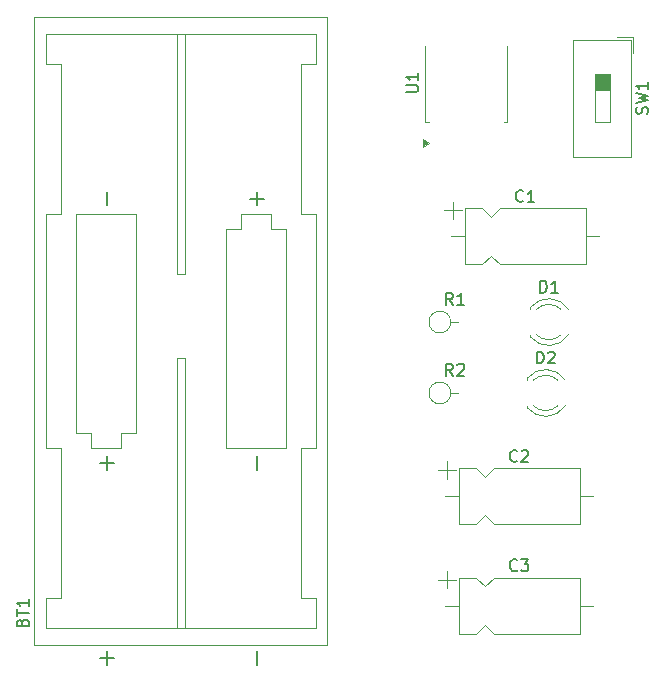
<source format=gbr>
%TF.GenerationSoftware,KiCad,Pcbnew,9.0.7*%
%TF.CreationDate,2026-01-04T10:47:51+09:00*%
%TF.ProjectId,PCB,5043422e-6b69-4636-9164-5f7063625858,rev?*%
%TF.SameCoordinates,Original*%
%TF.FileFunction,Legend,Top*%
%TF.FilePolarity,Positive*%
%FSLAX46Y46*%
G04 Gerber Fmt 4.6, Leading zero omitted, Abs format (unit mm)*
G04 Created by KiCad (PCBNEW 9.0.7) date 2026-01-04 10:47:51*
%MOMM*%
%LPD*%
G01*
G04 APERTURE LIST*
%ADD10C,0.150000*%
%ADD11C,0.120000*%
G04 APERTURE END LIST*
D10*
X71954819Y-77521904D02*
X72764342Y-77521904D01*
X72764342Y-77521904D02*
X72859580Y-77474285D01*
X72859580Y-77474285D02*
X72907200Y-77426666D01*
X72907200Y-77426666D02*
X72954819Y-77331428D01*
X72954819Y-77331428D02*
X72954819Y-77140952D01*
X72954819Y-77140952D02*
X72907200Y-77045714D01*
X72907200Y-77045714D02*
X72859580Y-76998095D01*
X72859580Y-76998095D02*
X72764342Y-76950476D01*
X72764342Y-76950476D02*
X71954819Y-76950476D01*
X72954819Y-75950476D02*
X72954819Y-76521904D01*
X72954819Y-76236190D02*
X71954819Y-76236190D01*
X71954819Y-76236190D02*
X72097676Y-76331428D01*
X72097676Y-76331428D02*
X72192914Y-76426666D01*
X72192914Y-76426666D02*
X72240533Y-76521904D01*
X92339700Y-79375832D02*
X92387319Y-79232975D01*
X92387319Y-79232975D02*
X92387319Y-78994880D01*
X92387319Y-78994880D02*
X92339700Y-78899642D01*
X92339700Y-78899642D02*
X92292080Y-78852023D01*
X92292080Y-78852023D02*
X92196842Y-78804404D01*
X92196842Y-78804404D02*
X92101604Y-78804404D01*
X92101604Y-78804404D02*
X92006366Y-78852023D01*
X92006366Y-78852023D02*
X91958747Y-78899642D01*
X91958747Y-78899642D02*
X91911128Y-78994880D01*
X91911128Y-78994880D02*
X91863509Y-79185356D01*
X91863509Y-79185356D02*
X91815890Y-79280594D01*
X91815890Y-79280594D02*
X91768271Y-79328213D01*
X91768271Y-79328213D02*
X91673033Y-79375832D01*
X91673033Y-79375832D02*
X91577795Y-79375832D01*
X91577795Y-79375832D02*
X91482557Y-79328213D01*
X91482557Y-79328213D02*
X91434938Y-79280594D01*
X91434938Y-79280594D02*
X91387319Y-79185356D01*
X91387319Y-79185356D02*
X91387319Y-78947261D01*
X91387319Y-78947261D02*
X91434938Y-78804404D01*
X91387319Y-78471070D02*
X92387319Y-78232975D01*
X92387319Y-78232975D02*
X91673033Y-78042499D01*
X91673033Y-78042499D02*
X92387319Y-77852023D01*
X92387319Y-77852023D02*
X91387319Y-77613928D01*
X92387319Y-76709166D02*
X92387319Y-77280594D01*
X92387319Y-76994880D02*
X91387319Y-76994880D01*
X91387319Y-76994880D02*
X91530176Y-77090118D01*
X91530176Y-77090118D02*
X91625414Y-77185356D01*
X91625414Y-77185356D02*
X91673033Y-77280594D01*
X75883333Y-101534819D02*
X75550000Y-101058628D01*
X75311905Y-101534819D02*
X75311905Y-100534819D01*
X75311905Y-100534819D02*
X75692857Y-100534819D01*
X75692857Y-100534819D02*
X75788095Y-100582438D01*
X75788095Y-100582438D02*
X75835714Y-100630057D01*
X75835714Y-100630057D02*
X75883333Y-100725295D01*
X75883333Y-100725295D02*
X75883333Y-100868152D01*
X75883333Y-100868152D02*
X75835714Y-100963390D01*
X75835714Y-100963390D02*
X75788095Y-101011009D01*
X75788095Y-101011009D02*
X75692857Y-101058628D01*
X75692857Y-101058628D02*
X75311905Y-101058628D01*
X76264286Y-100630057D02*
X76311905Y-100582438D01*
X76311905Y-100582438D02*
X76407143Y-100534819D01*
X76407143Y-100534819D02*
X76645238Y-100534819D01*
X76645238Y-100534819D02*
X76740476Y-100582438D01*
X76740476Y-100582438D02*
X76788095Y-100630057D01*
X76788095Y-100630057D02*
X76835714Y-100725295D01*
X76835714Y-100725295D02*
X76835714Y-100820533D01*
X76835714Y-100820533D02*
X76788095Y-100963390D01*
X76788095Y-100963390D02*
X76216667Y-101534819D01*
X76216667Y-101534819D02*
X76835714Y-101534819D01*
X75883333Y-95534819D02*
X75550000Y-95058628D01*
X75311905Y-95534819D02*
X75311905Y-94534819D01*
X75311905Y-94534819D02*
X75692857Y-94534819D01*
X75692857Y-94534819D02*
X75788095Y-94582438D01*
X75788095Y-94582438D02*
X75835714Y-94630057D01*
X75835714Y-94630057D02*
X75883333Y-94725295D01*
X75883333Y-94725295D02*
X75883333Y-94868152D01*
X75883333Y-94868152D02*
X75835714Y-94963390D01*
X75835714Y-94963390D02*
X75788095Y-95011009D01*
X75788095Y-95011009D02*
X75692857Y-95058628D01*
X75692857Y-95058628D02*
X75311905Y-95058628D01*
X76835714Y-95534819D02*
X76264286Y-95534819D01*
X76550000Y-95534819D02*
X76550000Y-94534819D01*
X76550000Y-94534819D02*
X76454762Y-94677676D01*
X76454762Y-94677676D02*
X76359524Y-94772914D01*
X76359524Y-94772914D02*
X76264286Y-94820533D01*
X82991905Y-100494819D02*
X82991905Y-99494819D01*
X82991905Y-99494819D02*
X83230000Y-99494819D01*
X83230000Y-99494819D02*
X83372857Y-99542438D01*
X83372857Y-99542438D02*
X83468095Y-99637676D01*
X83468095Y-99637676D02*
X83515714Y-99732914D01*
X83515714Y-99732914D02*
X83563333Y-99923390D01*
X83563333Y-99923390D02*
X83563333Y-100066247D01*
X83563333Y-100066247D02*
X83515714Y-100256723D01*
X83515714Y-100256723D02*
X83468095Y-100351961D01*
X83468095Y-100351961D02*
X83372857Y-100447200D01*
X83372857Y-100447200D02*
X83230000Y-100494819D01*
X83230000Y-100494819D02*
X82991905Y-100494819D01*
X83944286Y-99590057D02*
X83991905Y-99542438D01*
X83991905Y-99542438D02*
X84087143Y-99494819D01*
X84087143Y-99494819D02*
X84325238Y-99494819D01*
X84325238Y-99494819D02*
X84420476Y-99542438D01*
X84420476Y-99542438D02*
X84468095Y-99590057D01*
X84468095Y-99590057D02*
X84515714Y-99685295D01*
X84515714Y-99685295D02*
X84515714Y-99780533D01*
X84515714Y-99780533D02*
X84468095Y-99923390D01*
X84468095Y-99923390D02*
X83896667Y-100494819D01*
X83896667Y-100494819D02*
X84515714Y-100494819D01*
X83261905Y-94494819D02*
X83261905Y-93494819D01*
X83261905Y-93494819D02*
X83500000Y-93494819D01*
X83500000Y-93494819D02*
X83642857Y-93542438D01*
X83642857Y-93542438D02*
X83738095Y-93637676D01*
X83738095Y-93637676D02*
X83785714Y-93732914D01*
X83785714Y-93732914D02*
X83833333Y-93923390D01*
X83833333Y-93923390D02*
X83833333Y-94066247D01*
X83833333Y-94066247D02*
X83785714Y-94256723D01*
X83785714Y-94256723D02*
X83738095Y-94351961D01*
X83738095Y-94351961D02*
X83642857Y-94447200D01*
X83642857Y-94447200D02*
X83500000Y-94494819D01*
X83500000Y-94494819D02*
X83261905Y-94494819D01*
X84785714Y-94494819D02*
X84214286Y-94494819D01*
X84500000Y-94494819D02*
X84500000Y-93494819D01*
X84500000Y-93494819D02*
X84404762Y-93637676D01*
X84404762Y-93637676D02*
X84309524Y-93732914D01*
X84309524Y-93732914D02*
X84214286Y-93780533D01*
X81333333Y-117989580D02*
X81285714Y-118037200D01*
X81285714Y-118037200D02*
X81142857Y-118084819D01*
X81142857Y-118084819D02*
X81047619Y-118084819D01*
X81047619Y-118084819D02*
X80904762Y-118037200D01*
X80904762Y-118037200D02*
X80809524Y-117941961D01*
X80809524Y-117941961D02*
X80761905Y-117846723D01*
X80761905Y-117846723D02*
X80714286Y-117656247D01*
X80714286Y-117656247D02*
X80714286Y-117513390D01*
X80714286Y-117513390D02*
X80761905Y-117322914D01*
X80761905Y-117322914D02*
X80809524Y-117227676D01*
X80809524Y-117227676D02*
X80904762Y-117132438D01*
X80904762Y-117132438D02*
X81047619Y-117084819D01*
X81047619Y-117084819D02*
X81142857Y-117084819D01*
X81142857Y-117084819D02*
X81285714Y-117132438D01*
X81285714Y-117132438D02*
X81333333Y-117180057D01*
X81666667Y-117084819D02*
X82285714Y-117084819D01*
X82285714Y-117084819D02*
X81952381Y-117465771D01*
X81952381Y-117465771D02*
X82095238Y-117465771D01*
X82095238Y-117465771D02*
X82190476Y-117513390D01*
X82190476Y-117513390D02*
X82238095Y-117561009D01*
X82238095Y-117561009D02*
X82285714Y-117656247D01*
X82285714Y-117656247D02*
X82285714Y-117894342D01*
X82285714Y-117894342D02*
X82238095Y-117989580D01*
X82238095Y-117989580D02*
X82190476Y-118037200D01*
X82190476Y-118037200D02*
X82095238Y-118084819D01*
X82095238Y-118084819D02*
X81809524Y-118084819D01*
X81809524Y-118084819D02*
X81714286Y-118037200D01*
X81714286Y-118037200D02*
X81666667Y-117989580D01*
X81333333Y-108732080D02*
X81285714Y-108779700D01*
X81285714Y-108779700D02*
X81142857Y-108827319D01*
X81142857Y-108827319D02*
X81047619Y-108827319D01*
X81047619Y-108827319D02*
X80904762Y-108779700D01*
X80904762Y-108779700D02*
X80809524Y-108684461D01*
X80809524Y-108684461D02*
X80761905Y-108589223D01*
X80761905Y-108589223D02*
X80714286Y-108398747D01*
X80714286Y-108398747D02*
X80714286Y-108255890D01*
X80714286Y-108255890D02*
X80761905Y-108065414D01*
X80761905Y-108065414D02*
X80809524Y-107970176D01*
X80809524Y-107970176D02*
X80904762Y-107874938D01*
X80904762Y-107874938D02*
X81047619Y-107827319D01*
X81047619Y-107827319D02*
X81142857Y-107827319D01*
X81142857Y-107827319D02*
X81285714Y-107874938D01*
X81285714Y-107874938D02*
X81333333Y-107922557D01*
X81714286Y-107922557D02*
X81761905Y-107874938D01*
X81761905Y-107874938D02*
X81857143Y-107827319D01*
X81857143Y-107827319D02*
X82095238Y-107827319D01*
X82095238Y-107827319D02*
X82190476Y-107874938D01*
X82190476Y-107874938D02*
X82238095Y-107922557D01*
X82238095Y-107922557D02*
X82285714Y-108017795D01*
X82285714Y-108017795D02*
X82285714Y-108113033D01*
X82285714Y-108113033D02*
X82238095Y-108255890D01*
X82238095Y-108255890D02*
X81666667Y-108827319D01*
X81666667Y-108827319D02*
X82285714Y-108827319D01*
X81833333Y-86732080D02*
X81785714Y-86779700D01*
X81785714Y-86779700D02*
X81642857Y-86827319D01*
X81642857Y-86827319D02*
X81547619Y-86827319D01*
X81547619Y-86827319D02*
X81404762Y-86779700D01*
X81404762Y-86779700D02*
X81309524Y-86684461D01*
X81309524Y-86684461D02*
X81261905Y-86589223D01*
X81261905Y-86589223D02*
X81214286Y-86398747D01*
X81214286Y-86398747D02*
X81214286Y-86255890D01*
X81214286Y-86255890D02*
X81261905Y-86065414D01*
X81261905Y-86065414D02*
X81309524Y-85970176D01*
X81309524Y-85970176D02*
X81404762Y-85874938D01*
X81404762Y-85874938D02*
X81547619Y-85827319D01*
X81547619Y-85827319D02*
X81642857Y-85827319D01*
X81642857Y-85827319D02*
X81785714Y-85874938D01*
X81785714Y-85874938D02*
X81833333Y-85922557D01*
X82785714Y-86827319D02*
X82214286Y-86827319D01*
X82500000Y-86827319D02*
X82500000Y-85827319D01*
X82500000Y-85827319D02*
X82404762Y-85970176D01*
X82404762Y-85970176D02*
X82309524Y-86065414D01*
X82309524Y-86065414D02*
X82214286Y-86113033D01*
X39431009Y-122425714D02*
X39478628Y-122282857D01*
X39478628Y-122282857D02*
X39526247Y-122235238D01*
X39526247Y-122235238D02*
X39621485Y-122187619D01*
X39621485Y-122187619D02*
X39764342Y-122187619D01*
X39764342Y-122187619D02*
X39859580Y-122235238D01*
X39859580Y-122235238D02*
X39907200Y-122282857D01*
X39907200Y-122282857D02*
X39954819Y-122378095D01*
X39954819Y-122378095D02*
X39954819Y-122759047D01*
X39954819Y-122759047D02*
X38954819Y-122759047D01*
X38954819Y-122759047D02*
X38954819Y-122425714D01*
X38954819Y-122425714D02*
X39002438Y-122330476D01*
X39002438Y-122330476D02*
X39050057Y-122282857D01*
X39050057Y-122282857D02*
X39145295Y-122235238D01*
X39145295Y-122235238D02*
X39240533Y-122235238D01*
X39240533Y-122235238D02*
X39335771Y-122282857D01*
X39335771Y-122282857D02*
X39383390Y-122330476D01*
X39383390Y-122330476D02*
X39431009Y-122425714D01*
X39431009Y-122425714D02*
X39431009Y-122759047D01*
X38954819Y-121901904D02*
X38954819Y-121330476D01*
X39954819Y-121616190D02*
X38954819Y-121616190D01*
X39954819Y-120473333D02*
X39954819Y-121044761D01*
X39954819Y-120759047D02*
X38954819Y-120759047D01*
X38954819Y-120759047D02*
X39097676Y-120854285D01*
X39097676Y-120854285D02*
X39192914Y-120949523D01*
X39192914Y-120949523D02*
X39240533Y-121044761D01*
X59314700Y-109511428D02*
X59314700Y-108368571D01*
X59314700Y-87111428D02*
X59314700Y-85968571D01*
X59886128Y-86539999D02*
X58743271Y-86539999D01*
X46614700Y-126021428D02*
X46614700Y-124878571D01*
X47186128Y-125449999D02*
X46043271Y-125449999D01*
X46614700Y-109511428D02*
X46614700Y-108368571D01*
X47186128Y-108939999D02*
X46043271Y-108939999D01*
X59314700Y-126021428D02*
X59314700Y-124878571D01*
X46614700Y-87111428D02*
X46614700Y-85968571D01*
D11*
%TO.C,U1*%
X73550000Y-80070000D02*
X73820000Y-80070000D01*
X80450000Y-80070000D02*
X80180000Y-80070000D01*
X73550000Y-73650000D02*
X73550000Y-80070000D01*
X80450000Y-73650000D02*
X80450000Y-80070000D01*
X73860000Y-81800000D02*
X73390000Y-82140000D01*
X73390000Y-81460000D01*
X73860000Y-81800000D01*
G36*
X73860000Y-81800000D02*
G01*
X73390000Y-82140000D01*
X73390000Y-81460000D01*
X73860000Y-81800000D01*
G37*
%TO.C,SW1*%
X91172500Y-72852500D02*
X89789500Y-72852500D01*
X91172500Y-72852500D02*
X91172500Y-74235500D01*
X90932500Y-73092500D02*
X86092500Y-73092500D01*
X90932500Y-73092500D02*
X90932500Y-82992500D01*
X86092500Y-73092500D02*
X86092500Y-82992500D01*
X89147500Y-77365833D02*
X87877500Y-77365833D01*
X90932500Y-82992500D02*
X86092500Y-82992500D01*
X89147500Y-76012500D02*
X87877500Y-76012500D01*
X87877500Y-77365833D01*
X89147500Y-77365833D01*
X89147500Y-76012500D01*
G36*
X89147500Y-76012500D02*
G01*
X87877500Y-76012500D01*
X87877500Y-77365833D01*
X89147500Y-77365833D01*
X89147500Y-76012500D01*
G37*
X89147500Y-76012500D02*
X87877500Y-76012500D01*
X87877500Y-80072500D01*
X89147500Y-80072500D01*
X89147500Y-76012500D01*
%TO.C,R2*%
X75700000Y-103000000D02*
X76320000Y-103000000D01*
X75700000Y-103000000D02*
G75*
G02*
X73860000Y-103000000I-920000J0D01*
G01*
X73860000Y-103000000D02*
G75*
G02*
X75700000Y-103000000I920000J0D01*
G01*
%TO.C,R1*%
X75700000Y-97000000D02*
X76320000Y-97000000D01*
X75700000Y-97000000D02*
G75*
G02*
X73860000Y-97000000I-920000J0D01*
G01*
X73860000Y-97000000D02*
G75*
G02*
X75700000Y-97000000I920000J0D01*
G01*
%TO.C,D2*%
X82170000Y-101764000D02*
X82170000Y-101920000D01*
X82170000Y-104080000D02*
X82170000Y-104236000D01*
X82170000Y-101764484D02*
G75*
G02*
X85401437Y-101920000I1560000J-1235516D01*
G01*
X82689039Y-101920000D02*
G75*
G02*
X84770961Y-101920000I1040961J-1080000D01*
G01*
X84770961Y-104080000D02*
G75*
G02*
X82689039Y-104080000I-1040961J1080000D01*
G01*
X85401437Y-104080000D02*
G75*
G02*
X82170000Y-104235516I-1671437J1080000D01*
G01*
%TO.C,D1*%
X82440000Y-95764000D02*
X82440000Y-95920000D01*
X82440000Y-98080000D02*
X82440000Y-98236000D01*
X82440000Y-95764484D02*
G75*
G02*
X85671437Y-95920000I1560000J-1235516D01*
G01*
X82959039Y-95920000D02*
G75*
G02*
X85040961Y-95920000I1040961J-1080000D01*
G01*
X85040961Y-98080000D02*
G75*
G02*
X82959039Y-98080000I-1040961J1080000D01*
G01*
X85671437Y-98080000D02*
G75*
G02*
X82440000Y-98235516I-1671437J1080000D01*
G01*
%TO.C,C3*%
X74630000Y-118800000D02*
X76130000Y-118800000D01*
X75240000Y-121000000D02*
X76380000Y-121000000D01*
X75380000Y-118050000D02*
X75380000Y-119550000D01*
X76380000Y-118630000D02*
X76380000Y-123370000D01*
X76380000Y-118630000D02*
X77880000Y-118630000D01*
X76380000Y-123370000D02*
X77880000Y-123370000D01*
X77880000Y-118630000D02*
X78630000Y-119380000D01*
X77880000Y-123370000D02*
X78630000Y-122620000D01*
X78630000Y-119380000D02*
X79380000Y-118630000D01*
X78630000Y-122620000D02*
X79380000Y-123370000D01*
X79380000Y-118630000D02*
X86620000Y-118630000D01*
X79380000Y-123370000D02*
X86620000Y-123370000D01*
X86620000Y-118630000D02*
X86620000Y-123370000D01*
X87760000Y-121000000D02*
X86620000Y-121000000D01*
%TO.C,C2*%
X74630000Y-109542500D02*
X76130000Y-109542500D01*
X75240000Y-111742500D02*
X76380000Y-111742500D01*
X75380000Y-108792500D02*
X75380000Y-110292500D01*
X76380000Y-109372500D02*
X76380000Y-114112500D01*
X76380000Y-109372500D02*
X77880000Y-109372500D01*
X76380000Y-114112500D02*
X77880000Y-114112500D01*
X77880000Y-109372500D02*
X78630000Y-110122500D01*
X77880000Y-114112500D02*
X78630000Y-113362500D01*
X78630000Y-110122500D02*
X79380000Y-109372500D01*
X78630000Y-113362500D02*
X79380000Y-114112500D01*
X79380000Y-109372500D02*
X86620000Y-109372500D01*
X79380000Y-114112500D02*
X86620000Y-114112500D01*
X86620000Y-109372500D02*
X86620000Y-114112500D01*
X87760000Y-111742500D02*
X86620000Y-111742500D01*
%TO.C,C1*%
X75130000Y-87542500D02*
X76630000Y-87542500D01*
X75740000Y-89742500D02*
X76880000Y-89742500D01*
X75880000Y-86792500D02*
X75880000Y-88292500D01*
X76880000Y-87372500D02*
X76880000Y-92112500D01*
X76880000Y-87372500D02*
X78380000Y-87372500D01*
X76880000Y-92112500D02*
X78380000Y-92112500D01*
X78380000Y-87372500D02*
X79130000Y-88122500D01*
X78380000Y-92112500D02*
X79130000Y-91362500D01*
X79130000Y-88122500D02*
X79880000Y-87372500D01*
X79130000Y-91362500D02*
X79880000Y-92112500D01*
X79880000Y-87372500D02*
X87120000Y-87372500D01*
X79880000Y-92112500D02*
X87120000Y-92112500D01*
X87120000Y-87372500D02*
X87120000Y-92112500D01*
X88260000Y-89742500D02*
X87120000Y-89742500D01*
%TO.C,BT1*%
X40450000Y-124340000D02*
X65250000Y-124340000D01*
X65255000Y-124340000D02*
X65255000Y-71140000D01*
X41420000Y-122910000D02*
X64280000Y-122910000D01*
X52500000Y-122910000D02*
X52500000Y-100050000D01*
X64280000Y-122910000D02*
X64280000Y-120370000D01*
X41420000Y-120370000D02*
X41420000Y-122910000D01*
X42690000Y-120370000D02*
X41420000Y-120370000D01*
X42690000Y-120370000D02*
X42690000Y-107670000D01*
X63010000Y-120370000D02*
X63010000Y-107670000D01*
X64280000Y-120370000D02*
X63010000Y-120370000D01*
X41420000Y-107670000D02*
X42690000Y-107670000D01*
X45230000Y-107670000D02*
X45230000Y-106400000D01*
X47770000Y-107670000D02*
X45230000Y-107670000D01*
X56660000Y-107670000D02*
X56660000Y-89080000D01*
X61740000Y-107670000D02*
X56660000Y-107670000D01*
X63010000Y-107670000D02*
X64280000Y-107670000D01*
X64280000Y-107670000D02*
X64280000Y-87810000D01*
X43960000Y-106400000D02*
X43960000Y-87810000D01*
X45230000Y-106400000D02*
X43960000Y-106400000D01*
X47770000Y-106400000D02*
X47770000Y-107670000D01*
X49040000Y-106400000D02*
X47770000Y-106400000D01*
X52500000Y-100050000D02*
X53200000Y-100050000D01*
X53200000Y-100050000D02*
X53200000Y-122910000D01*
X52500000Y-92890000D02*
X53200000Y-92890000D01*
X53200000Y-92890000D02*
X53200000Y-72570000D01*
X56660000Y-89080000D02*
X57930000Y-89080000D01*
X57930000Y-89080000D02*
X57930000Y-87810000D01*
X60470000Y-89080000D02*
X61740000Y-89080000D01*
X61740000Y-89080000D02*
X61740000Y-107670000D01*
X41420000Y-87810000D02*
X41420000Y-107670000D01*
X42690000Y-87810000D02*
X41420000Y-87810000D01*
X43960000Y-87810000D02*
X49040000Y-87810000D01*
X49040000Y-87810000D02*
X49040000Y-106400000D01*
X57930000Y-87810000D02*
X60470000Y-87810000D01*
X60470000Y-87810000D02*
X60470000Y-89080000D01*
X64280000Y-87810000D02*
X63010000Y-87810000D01*
X41420000Y-75110000D02*
X42690000Y-75110000D01*
X42690000Y-75110000D02*
X42690000Y-87810000D01*
X63010000Y-75110000D02*
X63010000Y-87810000D01*
X64280000Y-75110000D02*
X63010000Y-75110000D01*
X41420000Y-72570000D02*
X41420000Y-75110000D01*
X41420000Y-72570000D02*
X64280000Y-72570000D01*
X52500000Y-72570000D02*
X52500000Y-92890000D01*
X64280000Y-72570000D02*
X64280000Y-75110000D01*
X40445000Y-71140000D02*
X40445000Y-124340000D01*
X65250000Y-71140000D02*
X40450000Y-71140000D01*
%TD*%
M02*

</source>
